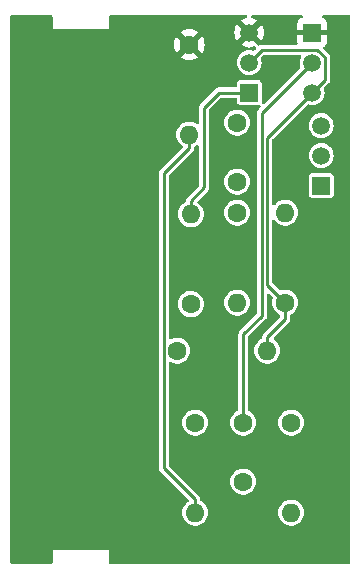
<source format=gbr>
G04 #@! TF.GenerationSoftware,KiCad,Pcbnew,8.0.1*
G04 #@! TF.CreationDate,2024-06-19T00:34:13-04:00*
G04 #@! TF.ProjectId,OdysseyDaughterCardVertSyncGenerator,4f647973-7365-4794-9461-756768746572,1.0*
G04 #@! TF.SameCoordinates,Original*
G04 #@! TF.FileFunction,Copper,L1,Top*
G04 #@! TF.FilePolarity,Positive*
%FSLAX46Y46*%
G04 Gerber Fmt 4.6, Leading zero omitted, Abs format (unit mm)*
G04 Created by KiCad (PCBNEW 8.0.1) date 2024-06-19 00:34:13*
%MOMM*%
%LPD*%
G01*
G04 APERTURE LIST*
G04 #@! TA.AperFunction,ComponentPad*
%ADD10R,1.500000X1.500000*%
G04 #@! TD*
G04 #@! TA.AperFunction,ComponentPad*
%ADD11C,1.500000*%
G04 #@! TD*
G04 #@! TA.AperFunction,ComponentPad*
%ADD12C,1.600000*%
G04 #@! TD*
G04 #@! TA.AperFunction,ComponentPad*
%ADD13O,1.600000X1.600000*%
G04 #@! TD*
G04 #@! TA.AperFunction,Conductor*
%ADD14C,0.250000*%
G04 #@! TD*
G04 APERTURE END LIST*
D10*
X142748000Y-84328000D03*
D11*
X142748000Y-81788000D03*
X142748000Y-79248000D03*
D10*
X148082000Y-79248000D03*
D11*
X148082000Y-81788000D03*
X148082000Y-84328000D03*
D10*
X148844000Y-92202000D03*
D11*
X148844000Y-89662000D03*
X148844000Y-87122000D03*
D12*
X141732000Y-86868000D03*
X141732000Y-91868000D03*
X142240000Y-112268000D03*
X142240000Y-117268000D03*
X137668000Y-80264000D03*
D13*
X137668000Y-87884000D03*
D12*
X141732000Y-94488000D03*
D13*
X141732000Y-102108000D03*
D12*
X138176000Y-112268000D03*
D13*
X138176000Y-119888000D03*
D12*
X145796000Y-102108000D03*
D13*
X145796000Y-94488000D03*
D12*
X146304000Y-112268000D03*
D13*
X146304000Y-119888000D03*
D12*
X136652000Y-106172000D03*
D13*
X144272000Y-106172000D03*
D12*
X137795000Y-102235000D03*
D13*
X137795000Y-94615000D03*
D14*
X144272000Y-88138000D02*
X148082000Y-84328000D01*
X145796000Y-102108000D02*
X144272000Y-100584000D01*
X144272000Y-100584000D02*
X144272000Y-88138000D01*
X149157000Y-81342720D02*
X149157000Y-83253000D01*
X148527280Y-80713000D02*
X149157000Y-81342720D01*
X143823000Y-80713000D02*
X148527280Y-80713000D01*
X142748000Y-81788000D02*
X143823000Y-80713000D01*
X149157000Y-83253000D02*
X148082000Y-84328000D01*
X143821600Y-86048400D02*
X148082000Y-81788000D01*
X143821600Y-103233400D02*
X143821600Y-86048400D01*
X140208000Y-84328000D02*
X138920300Y-85615700D01*
X142748000Y-84328000D02*
X140208000Y-84328000D01*
X142240000Y-104815000D02*
X142240000Y-112268000D01*
X143821600Y-103233400D02*
X142240000Y-104815000D01*
X137668000Y-87884000D02*
X137668000Y-89009300D01*
X138176000Y-119888000D02*
X138176000Y-118762700D01*
X135519500Y-116106200D02*
X138176000Y-118762700D01*
X135519500Y-91157800D02*
X135519500Y-116106200D01*
X137668000Y-89009300D02*
X135519500Y-91157800D01*
X145796000Y-103522700D02*
X145796000Y-102108000D01*
X144272000Y-106172000D02*
X144272000Y-105046700D01*
X144272000Y-105046700D02*
X145796000Y-103522700D01*
X137795000Y-94615000D02*
X137795000Y-93489700D01*
X137795000Y-93489700D02*
X138920300Y-92364400D01*
X138920300Y-92364400D02*
X138920300Y-85615700D01*
G04 #@! TA.AperFunction,Conductor*
G36*
X126042539Y-77795185D02*
G01*
X126088294Y-77847989D01*
X126099500Y-77899500D01*
X126099500Y-78915018D01*
X126110994Y-78942767D01*
X126132233Y-78964006D01*
X126159982Y-78975500D01*
X126159984Y-78975500D01*
X130790016Y-78975500D01*
X130790018Y-78975500D01*
X130817767Y-78964006D01*
X130839006Y-78942767D01*
X130850500Y-78915018D01*
X130850500Y-77899500D01*
X130870185Y-77832461D01*
X130922989Y-77786706D01*
X130974500Y-77775500D01*
X142471942Y-77775500D01*
X142538981Y-77795185D01*
X142584736Y-77847989D01*
X142594680Y-77917147D01*
X142565655Y-77980703D01*
X142506877Y-78018477D01*
X142504035Y-78019275D01*
X142318849Y-78068894D01*
X142318840Y-78068898D01*
X142120613Y-78161333D01*
X142058428Y-78204874D01*
X142701554Y-78848000D01*
X142695339Y-78848000D01*
X142593606Y-78875259D01*
X142502394Y-78927920D01*
X142427920Y-79002394D01*
X142375259Y-79093606D01*
X142348000Y-79195339D01*
X142348000Y-79201554D01*
X141704874Y-78558428D01*
X141661333Y-78620613D01*
X141568898Y-78818840D01*
X141568894Y-78818849D01*
X141512289Y-79030105D01*
X141512287Y-79030115D01*
X141493225Y-79247999D01*
X141493225Y-79248000D01*
X141512287Y-79465884D01*
X141512289Y-79465894D01*
X141568894Y-79677150D01*
X141568898Y-79677159D01*
X141661333Y-79875387D01*
X141704874Y-79937571D01*
X142348000Y-79294445D01*
X142348000Y-79300661D01*
X142375259Y-79402394D01*
X142427920Y-79493606D01*
X142502394Y-79568080D01*
X142593606Y-79620741D01*
X142695339Y-79648000D01*
X142701553Y-79648000D01*
X142058427Y-80291124D01*
X142120612Y-80334666D01*
X142318840Y-80427101D01*
X142318849Y-80427105D01*
X142530105Y-80483710D01*
X142530116Y-80483712D01*
X142654325Y-80494579D01*
X142719394Y-80520031D01*
X142748504Y-80560232D01*
X142767179Y-80528109D01*
X142829377Y-80496278D01*
X142841674Y-80494579D01*
X142965883Y-80483712D01*
X142965894Y-80483710D01*
X143180928Y-80426093D01*
X143250778Y-80427756D01*
X143308640Y-80466919D01*
X143336144Y-80531147D01*
X143324557Y-80600049D01*
X143300703Y-80633547D01*
X143227083Y-80707168D01*
X143181129Y-80753122D01*
X143119806Y-80786606D01*
X143057454Y-80784101D01*
X142953934Y-80752699D01*
X142840326Y-80741510D01*
X142775539Y-80715349D01*
X142747566Y-80675818D01*
X142729797Y-80707168D01*
X142667951Y-80739676D01*
X142655673Y-80741510D01*
X142542067Y-80752699D01*
X142344043Y-80812769D01*
X142233898Y-80871643D01*
X142161550Y-80910315D01*
X142161548Y-80910316D01*
X142161547Y-80910317D01*
X142001589Y-81041589D01*
X141870317Y-81201547D01*
X141772769Y-81384043D01*
X141772768Y-81384045D01*
X141772768Y-81384046D01*
X141769707Y-81394136D01*
X141712699Y-81582067D01*
X141692417Y-81788000D01*
X141712699Y-81993932D01*
X141712700Y-81993934D01*
X141772768Y-82191954D01*
X141870315Y-82374450D01*
X141870317Y-82374452D01*
X142001589Y-82534410D01*
X142098209Y-82613702D01*
X142161550Y-82665685D01*
X142344046Y-82763232D01*
X142542066Y-82823300D01*
X142542065Y-82823300D01*
X142560529Y-82825118D01*
X142748000Y-82843583D01*
X142953934Y-82823300D01*
X143151954Y-82763232D01*
X143334450Y-82665685D01*
X143494410Y-82534410D01*
X143625685Y-82374450D01*
X143723232Y-82191954D01*
X143783300Y-81993934D01*
X143803583Y-81788000D01*
X143783300Y-81582066D01*
X143751896Y-81478544D01*
X143751274Y-81408678D01*
X143782873Y-81354873D01*
X143962930Y-81174816D01*
X144024253Y-81141334D01*
X144050610Y-81138500D01*
X147031133Y-81138500D01*
X147098172Y-81158185D01*
X147143927Y-81210989D01*
X147153871Y-81280147D01*
X147140491Y-81320953D01*
X147106769Y-81384041D01*
X147046699Y-81582067D01*
X147026417Y-81788000D01*
X147046699Y-81993934D01*
X147078101Y-82097454D01*
X147078724Y-82167321D01*
X147047121Y-82221129D01*
X144003997Y-85264254D01*
X143942674Y-85297739D01*
X143872982Y-85292755D01*
X143817049Y-85250883D01*
X143792632Y-85185419D01*
X143795366Y-85157354D01*
X143794510Y-85157255D01*
X143795585Y-85147987D01*
X143798500Y-85122865D01*
X143798499Y-83533136D01*
X143796311Y-83514265D01*
X143795586Y-83508012D01*
X143795585Y-83508010D01*
X143795585Y-83508009D01*
X143750206Y-83405235D01*
X143670765Y-83325794D01*
X143632769Y-83309017D01*
X143567992Y-83280415D01*
X143542865Y-83277500D01*
X141953143Y-83277500D01*
X141953117Y-83277502D01*
X141928012Y-83280413D01*
X141928008Y-83280415D01*
X141825235Y-83325793D01*
X141745794Y-83405234D01*
X141700415Y-83508006D01*
X141700415Y-83508008D01*
X141697500Y-83533131D01*
X141697500Y-83778500D01*
X141677815Y-83845539D01*
X141625011Y-83891294D01*
X141573500Y-83902500D01*
X140151982Y-83902500D01*
X140043763Y-83931497D01*
X140043760Y-83931498D01*
X139946740Y-83987513D01*
X139946734Y-83987517D01*
X138579817Y-85354434D01*
X138579813Y-85354440D01*
X138523798Y-85451460D01*
X138523797Y-85451463D01*
X138494800Y-85559682D01*
X138494800Y-86878934D01*
X138475115Y-86945973D01*
X138422311Y-86991728D01*
X138353153Y-87001672D01*
X138305523Y-86984361D01*
X138160642Y-86894655D01*
X138160635Y-86894651D01*
X138065546Y-86857814D01*
X137970456Y-86820976D01*
X137769976Y-86783500D01*
X137566024Y-86783500D01*
X137365544Y-86820976D01*
X137365541Y-86820976D01*
X137365541Y-86820977D01*
X137175364Y-86894651D01*
X137175357Y-86894655D01*
X137001960Y-87002017D01*
X137001958Y-87002019D01*
X136851237Y-87139418D01*
X136728327Y-87302178D01*
X136637422Y-87484739D01*
X136637417Y-87484752D01*
X136581602Y-87680917D01*
X136562785Y-87883999D01*
X136562785Y-87884000D01*
X136581602Y-88087082D01*
X136637417Y-88283247D01*
X136637422Y-88283260D01*
X136728327Y-88465821D01*
X136851237Y-88628581D01*
X137001957Y-88765980D01*
X137001959Y-88765981D01*
X137058839Y-88801200D01*
X137105474Y-88853226D01*
X137116579Y-88922207D01*
X137088627Y-88986242D01*
X137081243Y-88994307D01*
X135258237Y-90817315D01*
X135179017Y-90896534D01*
X135179013Y-90896540D01*
X135122998Y-90993560D01*
X135122997Y-90993563D01*
X135094000Y-91101782D01*
X135094000Y-116050182D01*
X135094000Y-116162218D01*
X135122997Y-116270437D01*
X135179015Y-116367463D01*
X135179017Y-116367465D01*
X137589243Y-118777691D01*
X137622728Y-118839014D01*
X137617744Y-118908706D01*
X137575872Y-118964639D01*
X137566841Y-118970798D01*
X137509959Y-119006018D01*
X137509958Y-119006019D01*
X137359237Y-119143418D01*
X137236327Y-119306178D01*
X137145422Y-119488739D01*
X137145417Y-119488752D01*
X137089602Y-119684917D01*
X137070785Y-119887999D01*
X137070785Y-119888000D01*
X137089602Y-120091082D01*
X137145417Y-120287247D01*
X137145422Y-120287260D01*
X137236327Y-120469821D01*
X137359237Y-120632581D01*
X137509958Y-120769980D01*
X137509960Y-120769982D01*
X137609141Y-120831392D01*
X137683363Y-120877348D01*
X137873544Y-120951024D01*
X138074024Y-120988500D01*
X138074026Y-120988500D01*
X138277974Y-120988500D01*
X138277976Y-120988500D01*
X138478456Y-120951024D01*
X138668637Y-120877348D01*
X138842041Y-120769981D01*
X138992764Y-120632579D01*
X139115673Y-120469821D01*
X139206582Y-120287250D01*
X139262397Y-120091083D01*
X139281215Y-119888000D01*
X145198785Y-119888000D01*
X145217602Y-120091082D01*
X145273417Y-120287247D01*
X145273422Y-120287260D01*
X145364327Y-120469821D01*
X145487237Y-120632581D01*
X145637958Y-120769980D01*
X145637960Y-120769982D01*
X145737141Y-120831392D01*
X145811363Y-120877348D01*
X146001544Y-120951024D01*
X146202024Y-120988500D01*
X146202026Y-120988500D01*
X146405974Y-120988500D01*
X146405976Y-120988500D01*
X146606456Y-120951024D01*
X146796637Y-120877348D01*
X146970041Y-120769981D01*
X147120764Y-120632579D01*
X147243673Y-120469821D01*
X147334582Y-120287250D01*
X147390397Y-120091083D01*
X147409215Y-119888000D01*
X147390397Y-119684917D01*
X147334582Y-119488750D01*
X147243673Y-119306179D01*
X147120764Y-119143421D01*
X147120762Y-119143418D01*
X146970041Y-119006019D01*
X146970039Y-119006017D01*
X146796642Y-118898655D01*
X146796635Y-118898651D01*
X146676043Y-118851934D01*
X146606456Y-118824976D01*
X146405976Y-118787500D01*
X146202024Y-118787500D01*
X146001544Y-118824976D01*
X146001541Y-118824976D01*
X146001541Y-118824977D01*
X145811364Y-118898651D01*
X145811357Y-118898655D01*
X145637960Y-119006017D01*
X145637958Y-119006019D01*
X145487237Y-119143418D01*
X145364327Y-119306178D01*
X145273422Y-119488739D01*
X145273417Y-119488752D01*
X145217602Y-119684917D01*
X145198785Y-119887999D01*
X145198785Y-119888000D01*
X139281215Y-119888000D01*
X139262397Y-119684917D01*
X139206582Y-119488750D01*
X139115673Y-119306179D01*
X138992764Y-119143421D01*
X138992762Y-119143418D01*
X138842041Y-119006019D01*
X138842039Y-119006017D01*
X138663763Y-118895634D01*
X138664620Y-118894248D01*
X138618987Y-118851934D01*
X138601500Y-118788444D01*
X138601500Y-118706684D01*
X138601500Y-118706682D01*
X138572503Y-118598463D01*
X138516485Y-118501437D01*
X138437263Y-118422215D01*
X138437262Y-118422214D01*
X138432932Y-118417884D01*
X138432921Y-118417874D01*
X137283047Y-117268000D01*
X141134785Y-117268000D01*
X141153602Y-117471082D01*
X141209417Y-117667247D01*
X141209422Y-117667260D01*
X141300327Y-117849821D01*
X141423237Y-118012581D01*
X141573958Y-118149980D01*
X141573960Y-118149982D01*
X141673141Y-118211392D01*
X141747363Y-118257348D01*
X141937544Y-118331024D01*
X142138024Y-118368500D01*
X142138026Y-118368500D01*
X142341974Y-118368500D01*
X142341976Y-118368500D01*
X142542456Y-118331024D01*
X142732637Y-118257348D01*
X142906041Y-118149981D01*
X143056764Y-118012579D01*
X143179673Y-117849821D01*
X143270582Y-117667250D01*
X143326397Y-117471083D01*
X143345215Y-117268000D01*
X143326397Y-117064917D01*
X143270582Y-116868750D01*
X143179673Y-116686179D01*
X143056764Y-116523421D01*
X143056762Y-116523418D01*
X142906041Y-116386019D01*
X142906039Y-116386017D01*
X142732642Y-116278655D01*
X142732635Y-116278651D01*
X142637546Y-116241814D01*
X142542456Y-116204976D01*
X142341976Y-116167500D01*
X142138024Y-116167500D01*
X141937544Y-116204976D01*
X141937541Y-116204976D01*
X141937541Y-116204977D01*
X141747364Y-116278651D01*
X141747357Y-116278655D01*
X141573960Y-116386017D01*
X141573958Y-116386019D01*
X141423237Y-116523418D01*
X141300327Y-116686178D01*
X141209422Y-116868739D01*
X141209417Y-116868752D01*
X141153602Y-117064917D01*
X141134785Y-117267999D01*
X141134785Y-117268000D01*
X137283047Y-117268000D01*
X135981319Y-115966271D01*
X135947834Y-115904948D01*
X135945000Y-115878590D01*
X135945000Y-112268000D01*
X137070785Y-112268000D01*
X137089602Y-112471082D01*
X137145417Y-112667247D01*
X137145422Y-112667260D01*
X137236327Y-112849821D01*
X137359237Y-113012581D01*
X137509958Y-113149980D01*
X137509960Y-113149982D01*
X137609141Y-113211392D01*
X137683363Y-113257348D01*
X137873544Y-113331024D01*
X138074024Y-113368500D01*
X138074026Y-113368500D01*
X138277974Y-113368500D01*
X138277976Y-113368500D01*
X138478456Y-113331024D01*
X138668637Y-113257348D01*
X138842041Y-113149981D01*
X138992764Y-113012579D01*
X139115673Y-112849821D01*
X139206582Y-112667250D01*
X139262397Y-112471083D01*
X139281215Y-112268000D01*
X139262397Y-112064917D01*
X139206582Y-111868750D01*
X139115673Y-111686179D01*
X138992764Y-111523421D01*
X138992762Y-111523418D01*
X138842041Y-111386019D01*
X138842039Y-111386017D01*
X138668642Y-111278655D01*
X138668635Y-111278651D01*
X138548043Y-111231934D01*
X138478456Y-111204976D01*
X138277976Y-111167500D01*
X138074024Y-111167500D01*
X137873544Y-111204976D01*
X137873541Y-111204976D01*
X137873541Y-111204977D01*
X137683364Y-111278651D01*
X137683357Y-111278655D01*
X137509960Y-111386017D01*
X137509958Y-111386019D01*
X137359237Y-111523418D01*
X137236327Y-111686178D01*
X137145422Y-111868739D01*
X137145417Y-111868752D01*
X137089602Y-112064917D01*
X137070785Y-112267999D01*
X137070785Y-112268000D01*
X135945000Y-112268000D01*
X135945000Y-107251242D01*
X135964685Y-107184203D01*
X136017489Y-107138448D01*
X136086647Y-107128504D01*
X136134276Y-107145815D01*
X136159363Y-107161348D01*
X136349544Y-107235024D01*
X136550024Y-107272500D01*
X136550026Y-107272500D01*
X136753974Y-107272500D01*
X136753976Y-107272500D01*
X136954456Y-107235024D01*
X137144637Y-107161348D01*
X137318041Y-107053981D01*
X137468764Y-106916579D01*
X137591673Y-106753821D01*
X137682582Y-106571250D01*
X137738397Y-106375083D01*
X137757215Y-106172000D01*
X137738397Y-105968917D01*
X137682582Y-105772750D01*
X137591673Y-105590179D01*
X137468764Y-105427421D01*
X137468762Y-105427418D01*
X137318041Y-105290019D01*
X137318039Y-105290017D01*
X137144642Y-105182655D01*
X137144639Y-105182653D01*
X137144637Y-105182652D01*
X137144636Y-105182651D01*
X137144635Y-105182651D01*
X137049546Y-105145814D01*
X136954456Y-105108976D01*
X136753976Y-105071500D01*
X136550024Y-105071500D01*
X136349544Y-105108976D01*
X136349541Y-105108976D01*
X136349541Y-105108977D01*
X136159364Y-105182651D01*
X136159360Y-105182653D01*
X136134276Y-105198185D01*
X136066916Y-105216739D01*
X136000216Y-105195931D01*
X135955356Y-105142365D01*
X135945000Y-105092757D01*
X135945000Y-102235000D01*
X136689785Y-102235000D01*
X136708602Y-102438082D01*
X136764417Y-102634247D01*
X136764422Y-102634260D01*
X136855327Y-102816821D01*
X136978237Y-102979581D01*
X137128958Y-103116980D01*
X137128960Y-103116982D01*
X137166969Y-103140516D01*
X137302363Y-103224348D01*
X137492544Y-103298024D01*
X137693024Y-103335500D01*
X137693026Y-103335500D01*
X137896974Y-103335500D01*
X137896976Y-103335500D01*
X138097456Y-103298024D01*
X138287637Y-103224348D01*
X138461041Y-103116981D01*
X138589122Y-103000219D01*
X138611762Y-102979581D01*
X138611764Y-102979579D01*
X138734673Y-102816821D01*
X138825582Y-102634250D01*
X138881397Y-102438083D01*
X138900215Y-102235000D01*
X138888447Y-102108000D01*
X140626785Y-102108000D01*
X140645602Y-102311082D01*
X140701417Y-102507247D01*
X140701422Y-102507260D01*
X140792327Y-102689821D01*
X140915237Y-102852581D01*
X141065958Y-102989980D01*
X141065960Y-102989982D01*
X141091491Y-103005790D01*
X141239363Y-103097348D01*
X141429544Y-103171024D01*
X141630024Y-103208500D01*
X141630026Y-103208500D01*
X141833974Y-103208500D01*
X141833976Y-103208500D01*
X142034456Y-103171024D01*
X142224637Y-103097348D01*
X142398041Y-102989981D01*
X142548764Y-102852579D01*
X142671673Y-102689821D01*
X142762582Y-102507250D01*
X142818397Y-102311083D01*
X142837215Y-102108000D01*
X142818397Y-101904917D01*
X142762582Y-101708750D01*
X142755991Y-101695514D01*
X142718272Y-101619764D01*
X142671673Y-101526179D01*
X142548764Y-101363421D01*
X142548762Y-101363418D01*
X142398041Y-101226019D01*
X142398039Y-101226017D01*
X142224642Y-101118655D01*
X142224635Y-101118651D01*
X142088715Y-101065996D01*
X142034456Y-101044976D01*
X141833976Y-101007500D01*
X141630024Y-101007500D01*
X141429544Y-101044976D01*
X141429541Y-101044976D01*
X141429541Y-101044977D01*
X141239364Y-101118651D01*
X141239357Y-101118655D01*
X141065960Y-101226017D01*
X141065958Y-101226019D01*
X140915237Y-101363418D01*
X140792327Y-101526178D01*
X140701422Y-101708739D01*
X140701417Y-101708752D01*
X140645602Y-101904917D01*
X140626785Y-102107999D01*
X140626785Y-102108000D01*
X138888447Y-102108000D01*
X138881397Y-102031917D01*
X138825582Y-101835750D01*
X138734673Y-101653179D01*
X138638767Y-101526179D01*
X138611762Y-101490418D01*
X138461041Y-101353019D01*
X138461039Y-101353017D01*
X138287642Y-101245655D01*
X138287635Y-101245651D01*
X138192546Y-101208814D01*
X138097456Y-101171976D01*
X137896976Y-101134500D01*
X137693024Y-101134500D01*
X137492544Y-101171976D01*
X137492541Y-101171976D01*
X137492541Y-101171977D01*
X137302364Y-101245651D01*
X137302357Y-101245655D01*
X137128960Y-101353017D01*
X137128958Y-101353019D01*
X136978237Y-101490418D01*
X136855327Y-101653178D01*
X136764422Y-101835739D01*
X136764417Y-101835752D01*
X136708602Y-102031917D01*
X136689785Y-102234999D01*
X136689785Y-102235000D01*
X135945000Y-102235000D01*
X135945000Y-91385410D01*
X135964685Y-91318371D01*
X135981319Y-91297729D01*
X136870638Y-90408410D01*
X138008485Y-89270563D01*
X138064503Y-89173537D01*
X138093500Y-89065318D01*
X138093500Y-88983555D01*
X138113185Y-88916516D01*
X138156554Y-88877646D01*
X138155762Y-88876366D01*
X138160634Y-88873348D01*
X138160637Y-88873348D01*
X138305525Y-88783637D01*
X138372883Y-88765082D01*
X138439582Y-88785890D01*
X138484444Y-88839455D01*
X138494800Y-88889065D01*
X138494800Y-92136790D01*
X138475115Y-92203829D01*
X138458481Y-92224471D01*
X137454517Y-93228434D01*
X137454513Y-93228440D01*
X137398498Y-93325460D01*
X137398497Y-93325463D01*
X137369500Y-93433682D01*
X137369500Y-93515444D01*
X137349815Y-93582483D01*
X137306447Y-93621359D01*
X137307237Y-93622634D01*
X137128960Y-93733017D01*
X137128958Y-93733019D01*
X136978237Y-93870418D01*
X136855327Y-94033178D01*
X136764422Y-94215739D01*
X136764417Y-94215752D01*
X136708602Y-94411917D01*
X136689785Y-94614999D01*
X136689785Y-94615000D01*
X136708602Y-94818082D01*
X136764417Y-95014247D01*
X136764422Y-95014260D01*
X136855327Y-95196821D01*
X136978237Y-95359581D01*
X137128958Y-95496980D01*
X137128960Y-95496982D01*
X137216238Y-95551022D01*
X137302363Y-95604348D01*
X137492544Y-95678024D01*
X137693024Y-95715500D01*
X137693026Y-95715500D01*
X137896974Y-95715500D01*
X137896976Y-95715500D01*
X138097456Y-95678024D01*
X138287637Y-95604348D01*
X138461041Y-95496981D01*
X138589122Y-95380219D01*
X138611762Y-95359581D01*
X138611764Y-95359579D01*
X138734673Y-95196821D01*
X138825582Y-95014250D01*
X138881397Y-94818083D01*
X138900215Y-94615000D01*
X138888447Y-94488000D01*
X140626785Y-94488000D01*
X140645602Y-94691082D01*
X140701417Y-94887247D01*
X140701422Y-94887260D01*
X140792327Y-95069821D01*
X140915237Y-95232581D01*
X141065958Y-95369980D01*
X141065960Y-95369982D01*
X141165141Y-95431392D01*
X141239363Y-95477348D01*
X141429544Y-95551024D01*
X141630024Y-95588500D01*
X141630026Y-95588500D01*
X141833974Y-95588500D01*
X141833976Y-95588500D01*
X142034456Y-95551024D01*
X142224637Y-95477348D01*
X142398041Y-95369981D01*
X142548764Y-95232579D01*
X142671673Y-95069821D01*
X142762582Y-94887250D01*
X142818397Y-94691083D01*
X142837215Y-94488000D01*
X142818397Y-94284917D01*
X142762582Y-94088750D01*
X142671673Y-93906179D01*
X142548764Y-93743421D01*
X142548762Y-93743418D01*
X142398041Y-93606019D01*
X142398039Y-93606017D01*
X142224642Y-93498655D01*
X142224635Y-93498651D01*
X142129546Y-93461814D01*
X142034456Y-93424976D01*
X141833976Y-93387500D01*
X141630024Y-93387500D01*
X141429544Y-93424976D01*
X141429541Y-93424976D01*
X141429541Y-93424977D01*
X141239364Y-93498651D01*
X141239357Y-93498655D01*
X141065960Y-93606017D01*
X141065958Y-93606019D01*
X140915237Y-93743418D01*
X140792327Y-93906178D01*
X140701422Y-94088739D01*
X140701417Y-94088752D01*
X140645602Y-94284917D01*
X140626785Y-94487999D01*
X140626785Y-94488000D01*
X138888447Y-94488000D01*
X138881397Y-94411917D01*
X138825582Y-94215750D01*
X138734673Y-94033179D01*
X138638767Y-93906179D01*
X138611762Y-93870418D01*
X138461041Y-93733019D01*
X138461039Y-93733017D01*
X138404159Y-93697799D01*
X138357523Y-93645771D01*
X138346419Y-93576790D01*
X138374372Y-93512755D01*
X138381742Y-93504704D01*
X139260785Y-92625663D01*
X139316803Y-92528637D01*
X139345800Y-92420418D01*
X139345800Y-92308381D01*
X139345800Y-91868000D01*
X140626785Y-91868000D01*
X140645602Y-92071082D01*
X140701417Y-92267247D01*
X140701422Y-92267260D01*
X140792327Y-92449821D01*
X140915237Y-92612581D01*
X141065958Y-92749980D01*
X141065960Y-92749982D01*
X141165141Y-92811392D01*
X141239363Y-92857348D01*
X141429544Y-92931024D01*
X141630024Y-92968500D01*
X141630026Y-92968500D01*
X141833974Y-92968500D01*
X141833976Y-92968500D01*
X142034456Y-92931024D01*
X142224637Y-92857348D01*
X142398041Y-92749981D01*
X142548764Y-92612579D01*
X142671673Y-92449821D01*
X142762582Y-92267250D01*
X142818397Y-92071083D01*
X142837215Y-91868000D01*
X142818397Y-91664917D01*
X142762582Y-91468750D01*
X142671673Y-91286179D01*
X142548764Y-91123421D01*
X142548762Y-91123418D01*
X142398041Y-90986019D01*
X142398039Y-90986017D01*
X142224642Y-90878655D01*
X142224635Y-90878651D01*
X142129546Y-90841814D01*
X142034456Y-90804976D01*
X141833976Y-90767500D01*
X141630024Y-90767500D01*
X141429544Y-90804976D01*
X141429541Y-90804976D01*
X141429541Y-90804977D01*
X141239364Y-90878651D01*
X141239357Y-90878655D01*
X141065960Y-90986017D01*
X141065958Y-90986019D01*
X140915237Y-91123418D01*
X140792327Y-91286178D01*
X140701422Y-91468739D01*
X140701417Y-91468752D01*
X140645602Y-91664917D01*
X140626785Y-91867999D01*
X140626785Y-91868000D01*
X139345800Y-91868000D01*
X139345800Y-86868000D01*
X140626785Y-86868000D01*
X140645602Y-87071082D01*
X140701417Y-87267247D01*
X140701422Y-87267260D01*
X140792327Y-87449821D01*
X140915237Y-87612581D01*
X141065958Y-87749980D01*
X141065960Y-87749982D01*
X141165141Y-87811392D01*
X141239363Y-87857348D01*
X141429544Y-87931024D01*
X141630024Y-87968500D01*
X141630026Y-87968500D01*
X141833974Y-87968500D01*
X141833976Y-87968500D01*
X142034456Y-87931024D01*
X142224637Y-87857348D01*
X142398041Y-87749981D01*
X142548764Y-87612579D01*
X142671673Y-87449821D01*
X142762582Y-87267250D01*
X142818397Y-87071083D01*
X142837215Y-86868000D01*
X142818397Y-86664917D01*
X142762582Y-86468750D01*
X142671673Y-86286179D01*
X142548764Y-86123421D01*
X142548762Y-86123418D01*
X142398041Y-85986019D01*
X142398039Y-85986017D01*
X142224642Y-85878655D01*
X142224635Y-85878651D01*
X142129546Y-85841814D01*
X142034456Y-85804976D01*
X141833976Y-85767500D01*
X141630024Y-85767500D01*
X141429544Y-85804976D01*
X141429541Y-85804976D01*
X141429541Y-85804977D01*
X141239364Y-85878651D01*
X141239357Y-85878655D01*
X141065960Y-85986017D01*
X141065958Y-85986019D01*
X140915237Y-86123418D01*
X140792327Y-86286178D01*
X140701422Y-86468739D01*
X140701417Y-86468752D01*
X140645602Y-86664917D01*
X140626785Y-86867999D01*
X140626785Y-86868000D01*
X139345800Y-86868000D01*
X139345800Y-85843310D01*
X139365485Y-85776271D01*
X139382119Y-85755629D01*
X140347929Y-84789819D01*
X140409252Y-84756334D01*
X140435610Y-84753500D01*
X141573501Y-84753500D01*
X141640540Y-84773185D01*
X141686295Y-84825989D01*
X141697501Y-84877500D01*
X141697501Y-85122856D01*
X141697502Y-85122882D01*
X141700413Y-85147987D01*
X141700415Y-85147991D01*
X141745793Y-85250764D01*
X141745794Y-85250765D01*
X141825235Y-85330206D01*
X141928009Y-85375585D01*
X141953135Y-85378500D01*
X143542864Y-85378499D01*
X143542879Y-85378497D01*
X143542882Y-85378497D01*
X143577258Y-85374511D01*
X143577539Y-85376937D01*
X143633856Y-85378052D01*
X143691875Y-85416982D01*
X143719637Y-85481100D01*
X143708327Y-85550048D01*
X143684256Y-85583995D01*
X143560337Y-85707915D01*
X143481117Y-85787134D01*
X143481113Y-85787140D01*
X143425098Y-85884160D01*
X143425097Y-85884163D01*
X143396100Y-85992382D01*
X143396100Y-103005790D01*
X143376415Y-103072829D01*
X143359781Y-103093471D01*
X141899517Y-104553734D01*
X141899513Y-104553740D01*
X141843498Y-104650760D01*
X141843497Y-104650763D01*
X141814500Y-104758982D01*
X141814500Y-111168444D01*
X141794815Y-111235483D01*
X141751447Y-111274359D01*
X141752237Y-111275634D01*
X141573960Y-111386017D01*
X141573958Y-111386019D01*
X141423237Y-111523418D01*
X141300327Y-111686178D01*
X141209422Y-111868739D01*
X141209417Y-111868752D01*
X141153602Y-112064917D01*
X141134785Y-112267999D01*
X141134785Y-112268000D01*
X141153602Y-112471082D01*
X141209417Y-112667247D01*
X141209422Y-112667260D01*
X141300327Y-112849821D01*
X141423237Y-113012581D01*
X141573958Y-113149980D01*
X141573960Y-113149982D01*
X141673141Y-113211392D01*
X141747363Y-113257348D01*
X141937544Y-113331024D01*
X142138024Y-113368500D01*
X142138026Y-113368500D01*
X142341974Y-113368500D01*
X142341976Y-113368500D01*
X142542456Y-113331024D01*
X142732637Y-113257348D01*
X142906041Y-113149981D01*
X143056764Y-113012579D01*
X143179673Y-112849821D01*
X143270582Y-112667250D01*
X143326397Y-112471083D01*
X143345215Y-112268000D01*
X145198785Y-112268000D01*
X145217602Y-112471082D01*
X145273417Y-112667247D01*
X145273422Y-112667260D01*
X145364327Y-112849821D01*
X145487237Y-113012581D01*
X145637958Y-113149980D01*
X145637960Y-113149982D01*
X145737141Y-113211392D01*
X145811363Y-113257348D01*
X146001544Y-113331024D01*
X146202024Y-113368500D01*
X146202026Y-113368500D01*
X146405974Y-113368500D01*
X146405976Y-113368500D01*
X146606456Y-113331024D01*
X146796637Y-113257348D01*
X146970041Y-113149981D01*
X147120764Y-113012579D01*
X147243673Y-112849821D01*
X147334582Y-112667250D01*
X147390397Y-112471083D01*
X147409215Y-112268000D01*
X147390397Y-112064917D01*
X147334582Y-111868750D01*
X147243673Y-111686179D01*
X147120764Y-111523421D01*
X147120762Y-111523418D01*
X146970041Y-111386019D01*
X146970039Y-111386017D01*
X146796642Y-111278655D01*
X146796635Y-111278651D01*
X146676043Y-111231934D01*
X146606456Y-111204976D01*
X146405976Y-111167500D01*
X146202024Y-111167500D01*
X146001544Y-111204976D01*
X146001541Y-111204976D01*
X146001541Y-111204977D01*
X145811364Y-111278651D01*
X145811357Y-111278655D01*
X145637960Y-111386017D01*
X145637958Y-111386019D01*
X145487237Y-111523418D01*
X145364327Y-111686178D01*
X145273422Y-111868739D01*
X145273417Y-111868752D01*
X145217602Y-112064917D01*
X145198785Y-112267999D01*
X145198785Y-112268000D01*
X143345215Y-112268000D01*
X143326397Y-112064917D01*
X143270582Y-111868750D01*
X143179673Y-111686179D01*
X143056764Y-111523421D01*
X143056762Y-111523418D01*
X142906041Y-111386019D01*
X142906039Y-111386017D01*
X142727763Y-111275634D01*
X142728620Y-111274248D01*
X142682987Y-111231934D01*
X142665500Y-111168444D01*
X142665500Y-105042610D01*
X142685185Y-104975571D01*
X142701819Y-104954929D01*
X143182233Y-104474515D01*
X144162085Y-103494663D01*
X144218103Y-103397637D01*
X144247100Y-103289419D01*
X144247100Y-103177382D01*
X144247100Y-101460210D01*
X144266785Y-101393171D01*
X144319589Y-101347416D01*
X144388747Y-101337472D01*
X144452303Y-101366497D01*
X144458781Y-101372529D01*
X144720443Y-101634191D01*
X144753928Y-101695514D01*
X144752029Y-101755806D01*
X144709602Y-101904921D01*
X144690785Y-102107999D01*
X144690785Y-102108000D01*
X144709602Y-102311082D01*
X144765417Y-102507247D01*
X144765422Y-102507260D01*
X144856327Y-102689821D01*
X144979237Y-102852581D01*
X145129958Y-102989980D01*
X145129960Y-102989982D01*
X145308237Y-103100366D01*
X145307375Y-103101756D01*
X145352998Y-103144041D01*
X145370500Y-103207555D01*
X145370500Y-103295090D01*
X145350815Y-103362129D01*
X145334181Y-103382771D01*
X143931517Y-104785434D01*
X143931513Y-104785440D01*
X143875498Y-104882460D01*
X143875497Y-104882463D01*
X143846500Y-104990682D01*
X143846500Y-105072444D01*
X143826815Y-105139483D01*
X143783447Y-105178359D01*
X143784237Y-105179634D01*
X143605960Y-105290017D01*
X143605958Y-105290019D01*
X143455237Y-105427418D01*
X143332327Y-105590178D01*
X143241422Y-105772739D01*
X143241417Y-105772752D01*
X143185602Y-105968917D01*
X143166785Y-106171999D01*
X143166785Y-106172000D01*
X143185602Y-106375082D01*
X143241417Y-106571247D01*
X143241422Y-106571260D01*
X143332327Y-106753821D01*
X143455237Y-106916581D01*
X143605958Y-107053980D01*
X143605960Y-107053982D01*
X143705141Y-107115392D01*
X143779363Y-107161348D01*
X143969544Y-107235024D01*
X144170024Y-107272500D01*
X144170026Y-107272500D01*
X144373974Y-107272500D01*
X144373976Y-107272500D01*
X144574456Y-107235024D01*
X144764637Y-107161348D01*
X144938041Y-107053981D01*
X145088764Y-106916579D01*
X145211673Y-106753821D01*
X145302582Y-106571250D01*
X145358397Y-106375083D01*
X145377215Y-106172000D01*
X145358397Y-105968917D01*
X145302582Y-105772750D01*
X145211673Y-105590179D01*
X145088764Y-105427421D01*
X145088762Y-105427418D01*
X144938041Y-105290019D01*
X144938039Y-105290017D01*
X144881159Y-105254799D01*
X144834523Y-105202771D01*
X144823419Y-105133790D01*
X144851372Y-105069755D01*
X144858743Y-105061703D01*
X146136484Y-103783964D01*
X146192503Y-103686937D01*
X146221500Y-103578719D01*
X146221500Y-103466682D01*
X146221500Y-103207555D01*
X146241185Y-103140516D01*
X146284555Y-103101645D01*
X146283763Y-103100366D01*
X146353556Y-103057152D01*
X146462041Y-102989981D01*
X146612764Y-102852579D01*
X146735673Y-102689821D01*
X146826582Y-102507250D01*
X146882397Y-102311083D01*
X146901215Y-102108000D01*
X146882397Y-101904917D01*
X146826582Y-101708750D01*
X146819991Y-101695514D01*
X146782272Y-101619764D01*
X146735673Y-101526179D01*
X146612764Y-101363421D01*
X146612762Y-101363418D01*
X146462041Y-101226019D01*
X146462039Y-101226017D01*
X146288642Y-101118655D01*
X146288635Y-101118651D01*
X146152715Y-101065996D01*
X146098456Y-101044976D01*
X145897976Y-101007500D01*
X145694024Y-101007500D01*
X145593784Y-101026238D01*
X145493542Y-101044976D01*
X145493540Y-101044977D01*
X145454409Y-101060136D01*
X145384786Y-101065996D01*
X145323046Y-101033285D01*
X145321937Y-101032189D01*
X144733819Y-100444071D01*
X144700334Y-100382748D01*
X144697500Y-100356390D01*
X144697500Y-95229465D01*
X144717185Y-95162426D01*
X144769989Y-95116671D01*
X144839147Y-95106727D01*
X144902703Y-95135752D01*
X144920449Y-95154733D01*
X144979236Y-95232579D01*
X144979238Y-95232581D01*
X145129958Y-95369980D01*
X145129960Y-95369982D01*
X145229141Y-95431392D01*
X145303363Y-95477348D01*
X145493544Y-95551024D01*
X145694024Y-95588500D01*
X145694026Y-95588500D01*
X145897974Y-95588500D01*
X145897976Y-95588500D01*
X146098456Y-95551024D01*
X146288637Y-95477348D01*
X146462041Y-95369981D01*
X146612764Y-95232579D01*
X146735673Y-95069821D01*
X146826582Y-94887250D01*
X146882397Y-94691083D01*
X146901215Y-94488000D01*
X146882397Y-94284917D01*
X146826582Y-94088750D01*
X146735673Y-93906179D01*
X146612764Y-93743421D01*
X146612762Y-93743418D01*
X146462041Y-93606019D01*
X146462039Y-93606017D01*
X146288642Y-93498655D01*
X146288635Y-93498651D01*
X146193546Y-93461814D01*
X146098456Y-93424976D01*
X145897976Y-93387500D01*
X145694024Y-93387500D01*
X145493544Y-93424976D01*
X145493541Y-93424976D01*
X145493541Y-93424977D01*
X145303364Y-93498651D01*
X145303357Y-93498655D01*
X145129960Y-93606017D01*
X145129958Y-93606019D01*
X144979237Y-93743418D01*
X144920454Y-93821261D01*
X144864345Y-93862897D01*
X144794633Y-93867588D01*
X144733451Y-93833846D01*
X144700224Y-93772383D01*
X144697500Y-93746534D01*
X144697500Y-92996856D01*
X147793500Y-92996856D01*
X147793502Y-92996882D01*
X147796413Y-93021987D01*
X147796415Y-93021991D01*
X147841793Y-93124764D01*
X147841794Y-93124765D01*
X147921235Y-93204206D01*
X148024009Y-93249585D01*
X148049135Y-93252500D01*
X149638864Y-93252499D01*
X149638879Y-93252497D01*
X149638882Y-93252497D01*
X149663987Y-93249586D01*
X149663988Y-93249585D01*
X149663991Y-93249585D01*
X149766765Y-93204206D01*
X149846206Y-93124765D01*
X149891585Y-93021991D01*
X149894500Y-92996865D01*
X149894499Y-91407136D01*
X149894497Y-91407117D01*
X149891586Y-91382012D01*
X149891585Y-91382010D01*
X149891585Y-91382009D01*
X149846206Y-91279235D01*
X149766765Y-91199794D01*
X149766763Y-91199793D01*
X149663992Y-91154415D01*
X149638865Y-91151500D01*
X148049143Y-91151500D01*
X148049117Y-91151502D01*
X148024012Y-91154413D01*
X148024008Y-91154415D01*
X147921235Y-91199793D01*
X147841794Y-91279234D01*
X147796415Y-91382006D01*
X147796415Y-91382008D01*
X147793500Y-91407131D01*
X147793500Y-92996856D01*
X144697500Y-92996856D01*
X144697500Y-89662000D01*
X147788417Y-89662000D01*
X147808699Y-89867932D01*
X147808700Y-89867934D01*
X147868768Y-90065954D01*
X147966315Y-90248450D01*
X147966317Y-90248452D01*
X148097589Y-90408410D01*
X148194209Y-90487702D01*
X148257550Y-90539685D01*
X148440046Y-90637232D01*
X148638066Y-90697300D01*
X148638065Y-90697300D01*
X148656529Y-90699118D01*
X148844000Y-90717583D01*
X149049934Y-90697300D01*
X149247954Y-90637232D01*
X149430450Y-90539685D01*
X149590410Y-90408410D01*
X149721685Y-90248450D01*
X149819232Y-90065954D01*
X149879300Y-89867934D01*
X149899583Y-89662000D01*
X149879300Y-89456066D01*
X149819232Y-89258046D01*
X149721685Y-89075550D01*
X149646187Y-88983555D01*
X149590410Y-88915589D01*
X149430452Y-88784317D01*
X149430453Y-88784317D01*
X149430450Y-88784315D01*
X149247954Y-88686768D01*
X149049934Y-88626700D01*
X149049932Y-88626699D01*
X149049934Y-88626699D01*
X148844000Y-88606417D01*
X148638067Y-88626699D01*
X148440043Y-88686769D01*
X148329898Y-88745643D01*
X148257550Y-88784315D01*
X148257548Y-88784316D01*
X148257547Y-88784317D01*
X148097589Y-88915589D01*
X147966317Y-89075547D01*
X147868769Y-89258043D01*
X147808699Y-89456067D01*
X147788417Y-89662000D01*
X144697500Y-89662000D01*
X144697500Y-88365609D01*
X144717185Y-88298570D01*
X144733814Y-88277933D01*
X145889747Y-87122000D01*
X147788417Y-87122000D01*
X147808699Y-87327932D01*
X147823878Y-87377971D01*
X147868768Y-87525954D01*
X147966315Y-87708450D01*
X147966317Y-87708452D01*
X148097589Y-87868410D01*
X148173883Y-87931022D01*
X148257550Y-87999685D01*
X148440046Y-88097232D01*
X148638066Y-88157300D01*
X148638065Y-88157300D01*
X148656529Y-88159118D01*
X148844000Y-88177583D01*
X149049934Y-88157300D01*
X149247954Y-88097232D01*
X149430450Y-87999685D01*
X149590410Y-87868410D01*
X149721685Y-87708450D01*
X149819232Y-87525954D01*
X149879300Y-87327934D01*
X149899583Y-87122000D01*
X149879300Y-86916066D01*
X149819232Y-86718046D01*
X149721685Y-86535550D01*
X149666855Y-86468739D01*
X149590410Y-86375589D01*
X149430452Y-86244317D01*
X149430453Y-86244317D01*
X149430450Y-86244315D01*
X149247954Y-86146768D01*
X149049934Y-86086700D01*
X149049932Y-86086699D01*
X149049934Y-86086699D01*
X148844000Y-86066417D01*
X148638067Y-86086699D01*
X148440043Y-86146769D01*
X148362293Y-86188328D01*
X148257550Y-86244315D01*
X148257548Y-86244316D01*
X148257547Y-86244317D01*
X148097589Y-86375589D01*
X147966317Y-86535547D01*
X147868769Y-86718043D01*
X147808699Y-86916067D01*
X147788417Y-87122000D01*
X145889747Y-87122000D01*
X147648871Y-85362875D01*
X147710192Y-85329392D01*
X147772543Y-85331896D01*
X147876066Y-85363300D01*
X147876065Y-85363300D01*
X147894529Y-85365118D01*
X148082000Y-85383583D01*
X148287934Y-85363300D01*
X148485954Y-85303232D01*
X148668450Y-85205685D01*
X148828410Y-85074410D01*
X148959685Y-84914450D01*
X149057232Y-84731954D01*
X149117300Y-84533934D01*
X149137583Y-84328000D01*
X149117300Y-84122066D01*
X149085896Y-84018544D01*
X149085274Y-83948678D01*
X149116875Y-83894871D01*
X149497485Y-83514263D01*
X149553503Y-83417237D01*
X149582500Y-83309018D01*
X149582500Y-83196981D01*
X149582500Y-81286702D01*
X149553503Y-81178483D01*
X149497485Y-81081457D01*
X149418263Y-81002235D01*
X149051047Y-80635019D01*
X149017562Y-80573696D01*
X149022546Y-80504004D01*
X149064418Y-80448071D01*
X149069338Y-80444910D01*
X149189187Y-80355190D01*
X149189190Y-80355187D01*
X149275350Y-80240093D01*
X149275354Y-80240086D01*
X149325596Y-80105379D01*
X149325598Y-80105372D01*
X149331999Y-80045844D01*
X149332000Y-80045827D01*
X149332000Y-79498000D01*
X148397686Y-79498000D01*
X148402080Y-79493606D01*
X148454741Y-79402394D01*
X148482000Y-79300661D01*
X148482000Y-79195339D01*
X148454741Y-79093606D01*
X148402080Y-79002394D01*
X148397686Y-78998000D01*
X149332000Y-78998000D01*
X149332000Y-78450172D01*
X149331999Y-78450155D01*
X149325598Y-78390627D01*
X149325596Y-78390620D01*
X149275354Y-78255913D01*
X149275350Y-78255906D01*
X149189190Y-78140812D01*
X149189187Y-78140809D01*
X149074093Y-78054649D01*
X149074086Y-78054645D01*
X148969620Y-78015682D01*
X148913686Y-77973811D01*
X148889269Y-77908346D01*
X148904121Y-77840073D01*
X148953526Y-77790668D01*
X149012953Y-77775500D01*
X151184500Y-77775500D01*
X151251539Y-77795185D01*
X151297294Y-77847989D01*
X151308500Y-77899500D01*
X151308500Y-124100500D01*
X151288815Y-124167539D01*
X151236011Y-124213294D01*
X151184500Y-124224500D01*
X130974500Y-124224500D01*
X130907461Y-124204815D01*
X130861706Y-124152011D01*
X130850500Y-124100500D01*
X130850500Y-123084983D01*
X130850500Y-123084982D01*
X130839006Y-123057233D01*
X130817767Y-123035994D01*
X130790018Y-123024500D01*
X126190018Y-123024500D01*
X126159982Y-123024500D01*
X126132231Y-123035995D01*
X126110995Y-123057231D01*
X126099500Y-123084982D01*
X126099500Y-124100500D01*
X126079815Y-124167539D01*
X126027011Y-124213294D01*
X125975500Y-124224500D01*
X122624500Y-124224500D01*
X122557461Y-124204815D01*
X122511706Y-124152011D01*
X122500500Y-124100500D01*
X122500500Y-80264002D01*
X136363034Y-80264002D01*
X136382858Y-80490599D01*
X136382860Y-80490610D01*
X136441730Y-80710317D01*
X136441735Y-80710331D01*
X136537863Y-80916478D01*
X136588974Y-80989472D01*
X137268000Y-80310446D01*
X137268000Y-80316661D01*
X137295259Y-80418394D01*
X137347920Y-80509606D01*
X137422394Y-80584080D01*
X137513606Y-80636741D01*
X137615339Y-80664000D01*
X137621553Y-80664000D01*
X136942526Y-81343025D01*
X137015513Y-81394132D01*
X137015521Y-81394136D01*
X137221668Y-81490264D01*
X137221682Y-81490269D01*
X137441389Y-81549139D01*
X137441400Y-81549141D01*
X137667998Y-81568966D01*
X137668002Y-81568966D01*
X137894599Y-81549141D01*
X137894610Y-81549139D01*
X138114317Y-81490269D01*
X138114331Y-81490264D01*
X138320478Y-81394136D01*
X138393471Y-81343024D01*
X137714447Y-80664000D01*
X137720661Y-80664000D01*
X137822394Y-80636741D01*
X137913606Y-80584080D01*
X137988080Y-80509606D01*
X138040741Y-80418394D01*
X138068000Y-80316661D01*
X138068000Y-80310447D01*
X138747024Y-80989471D01*
X138798136Y-80916478D01*
X138894264Y-80710331D01*
X138894269Y-80710317D01*
X138953139Y-80490610D01*
X138953141Y-80490599D01*
X138972966Y-80264002D01*
X138972966Y-80263997D01*
X138953141Y-80037400D01*
X138953139Y-80037389D01*
X138894269Y-79817682D01*
X138894264Y-79817668D01*
X138798136Y-79611521D01*
X138798132Y-79611513D01*
X138747025Y-79538526D01*
X138068000Y-80217551D01*
X138068000Y-80211339D01*
X138040741Y-80109606D01*
X137988080Y-80018394D01*
X137913606Y-79943920D01*
X137822394Y-79891259D01*
X137720661Y-79864000D01*
X137714448Y-79864000D01*
X138393472Y-79184974D01*
X138320478Y-79133863D01*
X138114331Y-79037735D01*
X138114317Y-79037730D01*
X137894610Y-78978860D01*
X137894599Y-78978858D01*
X137668002Y-78959034D01*
X137667998Y-78959034D01*
X137441400Y-78978858D01*
X137441389Y-78978860D01*
X137221682Y-79037730D01*
X137221673Y-79037734D01*
X137015516Y-79133866D01*
X137015512Y-79133868D01*
X136942526Y-79184973D01*
X136942526Y-79184974D01*
X137621553Y-79864000D01*
X137615339Y-79864000D01*
X137513606Y-79891259D01*
X137422394Y-79943920D01*
X137347920Y-80018394D01*
X137295259Y-80109606D01*
X137268000Y-80211339D01*
X137268000Y-80217552D01*
X136588974Y-79538526D01*
X136588973Y-79538526D01*
X136537868Y-79611512D01*
X136537866Y-79611516D01*
X136441734Y-79817673D01*
X136441730Y-79817682D01*
X136382860Y-80037389D01*
X136382858Y-80037400D01*
X136363034Y-80263997D01*
X136363034Y-80264002D01*
X122500500Y-80264002D01*
X122500500Y-77899500D01*
X122520185Y-77832461D01*
X122572989Y-77786706D01*
X122624500Y-77775500D01*
X125975500Y-77775500D01*
X126042539Y-77795185D01*
G37*
G04 #@! TD.AperFunction*
G04 #@! TA.AperFunction,Conductor*
G36*
X147218086Y-77795185D02*
G01*
X147263841Y-77847989D01*
X147273785Y-77917147D01*
X147244760Y-77980703D01*
X147194380Y-78015682D01*
X147089913Y-78054645D01*
X147089906Y-78054649D01*
X146974812Y-78140809D01*
X146974809Y-78140812D01*
X146888649Y-78255906D01*
X146888645Y-78255913D01*
X146838403Y-78390620D01*
X146838401Y-78390627D01*
X146832000Y-78450155D01*
X146832000Y-78998000D01*
X147766314Y-78998000D01*
X147761920Y-79002394D01*
X147709259Y-79093606D01*
X147682000Y-79195339D01*
X147682000Y-79300661D01*
X147709259Y-79402394D01*
X147761920Y-79493606D01*
X147766314Y-79498000D01*
X146832000Y-79498000D01*
X146832000Y-80045844D01*
X146838401Y-80105372D01*
X146838403Y-80105380D01*
X146843918Y-80120165D01*
X146848904Y-80189856D01*
X146815420Y-80251180D01*
X146754097Y-80284666D01*
X146727737Y-80287500D01*
X143766982Y-80287500D01*
X143658763Y-80316497D01*
X143617016Y-80340599D01*
X143549115Y-80357069D01*
X143483089Y-80334216D01*
X143467337Y-80320891D01*
X142794448Y-79648000D01*
X142800661Y-79648000D01*
X142902394Y-79620741D01*
X142993606Y-79568080D01*
X143068080Y-79493606D01*
X143120741Y-79402394D01*
X143148000Y-79300661D01*
X143148000Y-79294446D01*
X143791124Y-79937570D01*
X143834668Y-79875385D01*
X143834669Y-79875383D01*
X143927100Y-79677164D01*
X143927105Y-79677150D01*
X143983710Y-79465894D01*
X143983712Y-79465884D01*
X144002775Y-79248000D01*
X144002775Y-79247999D01*
X143983712Y-79030115D01*
X143983710Y-79030105D01*
X143927105Y-78818849D01*
X143927101Y-78818840D01*
X143834667Y-78620614D01*
X143834666Y-78620612D01*
X143791124Y-78558428D01*
X143791124Y-78558427D01*
X143148000Y-79201551D01*
X143148000Y-79195339D01*
X143120741Y-79093606D01*
X143068080Y-79002394D01*
X142993606Y-78927920D01*
X142902394Y-78875259D01*
X142800661Y-78848000D01*
X142794447Y-78848000D01*
X143437571Y-78204874D01*
X143375387Y-78161333D01*
X143177159Y-78068898D01*
X143177150Y-78068894D01*
X142991965Y-78019275D01*
X142932304Y-77982910D01*
X142901775Y-77920063D01*
X142910070Y-77850688D01*
X142954555Y-77796810D01*
X143021107Y-77775535D01*
X143024058Y-77775500D01*
X147151047Y-77775500D01*
X147218086Y-77795185D01*
G37*
G04 #@! TD.AperFunction*
M02*

</source>
